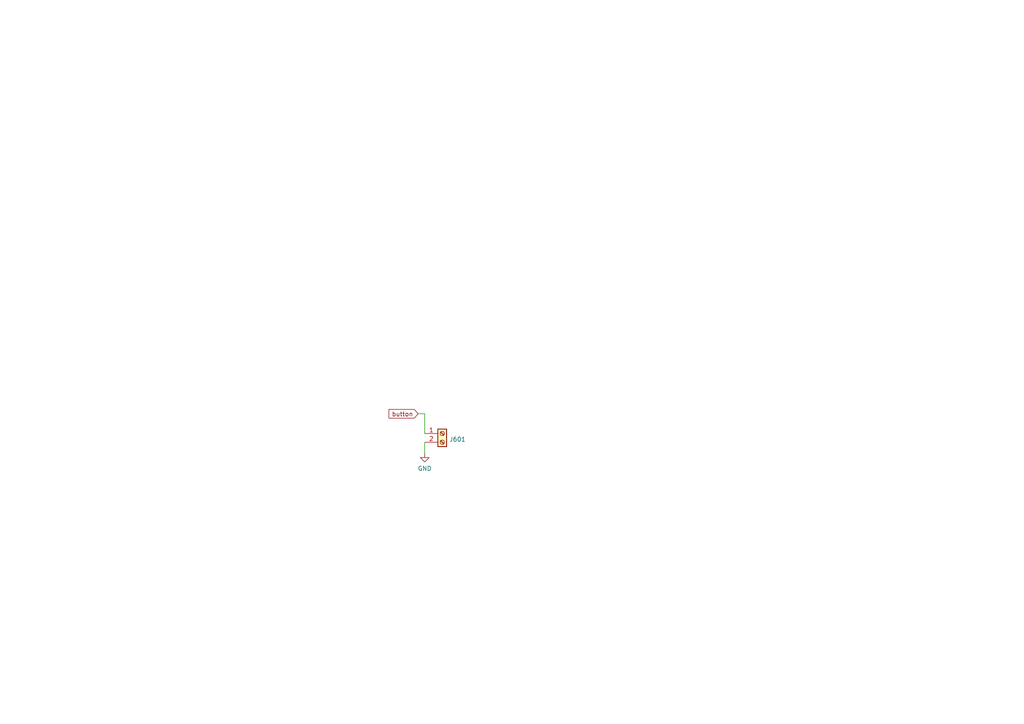
<source format=kicad_sch>
(kicad_sch (version 20211123) (generator eeschema)
  (paper "A4")
  (lib_symbols
    (symbol "Connector:Screw_Terminal_01x02" (pin_names (offset 1.016) hide)
      (property "Reference" "J" (at 0 2.54 0))
      (property "Value" "Screw_Terminal_01x02" (at 0 -5.08 0))
      (symbol "Screw_Terminal_01x02_1_1"
        (rectangle (start -1.27 1.27) (end 1.27 -3.81) (stroke (width 0.254)) (fill (type background)))
        (circle (center 0 -2.54) (radius 0.635) (stroke (width 0.1524)))
        (polyline (pts (xy -0.5334 -2.2098) (xy 0.3302 -3.048)) (stroke (width 0.1524)))
        (polyline (pts (xy -0.5334 0.3302) (xy 0.3302 -0.508)) (stroke (width 0.1524)))
        (polyline (pts (xy -0.3556 -2.032) (xy 0.508 -2.8702)) (stroke (width 0.1524)))
        (polyline (pts (xy -0.3556 0.508) (xy 0.508 -0.3302)) (stroke (width 0.1524)))
        (circle (center 0 0) (radius 0.635) (stroke (width 0.1524)))
        (pin passive line (at -5.08 0 0) (length 3.81) (name "Pin_1") (number "1"))
        (pin passive line (at -5.08 -2.54 0) (length 3.81) (name "Pin_2") (number "2"))
      )
    )
    (symbol "power:GND" (power) (pin_names (offset 0))
      (property "Value" "GND" (at 0 -3.81 0))
      (symbol "GND_0_1"
        (polyline (pts (xy 0 0) (xy 0 -1.27) (xy 1.27 -1.27) (xy 0 -2.54) (xy -1.27 -1.27) (xy 0 -1.27)))
      )
      (symbol "GND_1_1"
        (pin power_in line (at 0 0 270) (length 0) hide (name "GND") (number "1"))
      )
    )
  )
  (wire (pts (xy 123.19 125.73) (xy 123.19 120.015)))
  (wire (pts (xy 123.19 128.27) (xy 123.19 131.445)))
  (wire (pts (xy 123.19 120.015) (xy 121.285 120.015)))
  (global_label "button" (shape input) (at 121.285 120.015 180) (property "Intersheet References" "${INTERSHEET_REFS}" (effects hide)))
  (symbol (lib_id "Connector:Screw_Terminal_01x02") (at 128.27 125.73 0) (unit 1)
    (property "Reference" "J601" (at 130.302 127.4338 0) (effects (justify left)))
    (property "Value" "Screw_Terminal_01x02" (effects hide))
    (property "Footprint" "TerminalBlock_Phoenix:TerminalBlock_Phoenix_MKDS-1,5-2-5.08_1x02_P5.08mm_Horizontal" (effects hide))
  )
  (symbol (lib_id "power:GND") (at 123.19 131.445 0) (unit 1)
    (property "Reference" "#PWR0601" (effects hide))
    (property "Value" "GND" (at 123.19 135.8884 0))
  )
)
</source>
